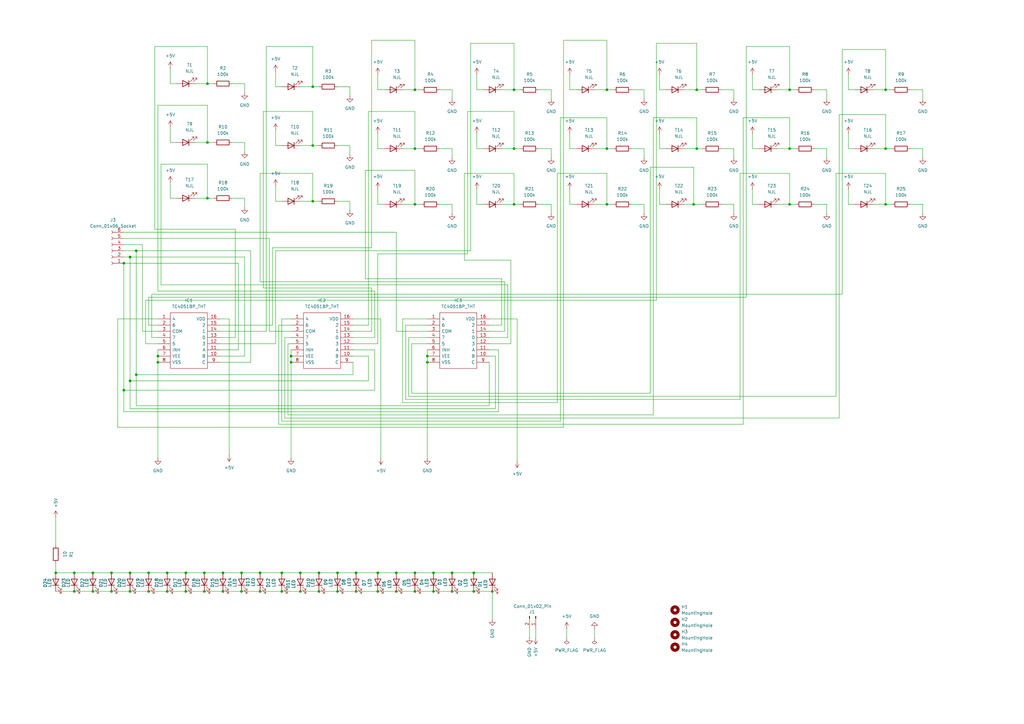
<source format=kicad_sch>
(kicad_sch (version 20231120) (generator "eeschema") (generator_version "8.0")
  (paper "A3")
  (title_block (title "LINESENSOR") (company "VEGA") (comment 2 "わからんとこ多い") (comment 3 "RCJJ") (comment 4 "RITSUMEIKAN"))
  (junction (at 99.06 234.95))
  (junction (at 68.58 234.95))
  (junction (at 30.48 242.57))
  (junction (at 248.92 60.96))
  (junction (at 64.77 146.05))
  (junction (at 185.42 234.95))
  (junction (at 210.82 36.83))
  (junction (at 170.18 242.57))
  (junction (at 194.31 242.57))
  (junction (at 162.56 234.95))
  (junction (at 210.82 83.82))
  (junction (at 91.44 234.95))
  (junction (at 38.1 242.57))
  (junction (at 119.38 146.05))
  (junction (at 154.94 234.95))
  (junction (at 106.68 234.95))
  (junction (at 85.09 58.42))
  (junction (at 22.86 234.95))
  (junction (at 123.19 242.57))
  (junction (at 194.31 234.95))
  (junction (at 123.19 234.95))
  (junction (at 30.48 234.95))
  (junction (at 201.93 242.57))
  (junction (at 284.48 83.82))
  (junction (at 83.82 234.95))
  (junction (at 76.2 242.57))
  (junction (at 146.05 234.95))
  (junction (at 115.57 242.57))
  (junction (at 323.85 36.83))
  (junction (at 154.94 242.57))
  (junction (at 248.92 83.82))
  (junction (at 45.72 234.95))
  (junction (at 119.38 148.59))
  (junction (at 55.88 102.87))
  (junction (at 99.06 242.57))
  (junction (at 85.09 81.28))
  (junction (at 106.68 242.57))
  (junction (at 170.18 83.82))
  (junction (at 60.96 242.57))
  (junction (at 363.22 83.82))
  (junction (at 85.09 34.29))
  (junction (at 76.2 234.95))
  (junction (at 177.8 242.57))
  (junction (at 162.56 242.57))
  (junction (at 170.18 36.83))
  (junction (at 285.75 60.96))
  (junction (at 91.44 242.57))
  (junction (at 170.18 60.96))
  (junction (at 60.96 234.95))
  (junction (at 323.85 83.82))
  (junction (at 55.88 153.67))
  (junction (at 185.42 242.57))
  (junction (at 45.72 242.57))
  (junction (at 210.82 60.96))
  (junction (at 128.27 59.69))
  (junction (at 38.1 234.95))
  (junction (at 363.22 60.96))
  (junction (at 53.34 234.95))
  (junction (at 53.34 156.21))
  (junction (at 248.92 36.83))
  (junction (at 50.8 107.95))
  (junction (at 146.05 242.57))
  (junction (at 138.43 242.57))
  (junction (at 175.26 148.59))
  (junction (at 363.22 36.83))
  (junction (at 64.77 148.59))
  (junction (at 50.8 160.02))
  (junction (at 128.27 82.55))
  (junction (at 175.26 146.05))
  (junction (at 68.58 242.57))
  (junction (at 53.34 242.57))
  (junction (at 177.8 234.95))
  (junction (at 285.75 36.83))
  (junction (at 115.57 234.95))
  (junction (at 53.34 105.41))
  (junction (at 138.43 234.95))
  (junction (at 130.81 234.95))
  (junction (at 323.85 60.96))
  (junction (at 83.82 242.57))
  (junction (at 170.18 234.95))
  (junction (at 128.27 35.56))
  (junction (at 130.81 242.57))
  (wire (pts (xy 347.98 83.82) (xy 350.52 83.82)))
  (wire (pts (xy 99.06 242.57) (xy 106.68 242.57)))
  (wire (pts (xy 100.33 105.41) (xy 53.34 105.41)))
  (wire (pts (xy 128.27 35.56) (xy 130.81 35.56)))
  (wire (pts (xy 243.84 36.83) (xy 248.92 36.83)))
  (wire (pts (xy 284.48 68.58) (xy 284.48 83.82)))
  (wire (pts (xy 170.18 16.51) (xy 170.18 36.83)))
  (wire (pts (xy 209.55 106.68) (xy 209.55 140.97)))
  (wire (pts (xy 138.43 35.56) (xy 143.51 35.56)))
  (wire (pts (xy 200.66 146.05) (xy 203.2 146.05)))
  (wire (pts (xy 59.69 123.19) (xy 59.69 140.97)))
  (wire (pts (xy 185.42 242.57) (xy 194.31 242.57)))
  (wire (pts (xy 344.17 171.45) (xy 116.84 171.45)))
  (wire (pts (xy 259.08 60.96) (xy 264.16 60.96)))
  (wire (pts (xy 318.77 60.96) (xy 323.85 60.96)))
  (wire (pts (xy 99.06 234.95) (xy 106.68 234.95)))
  (wire (pts (xy 118.11 140.97) (xy 119.38 140.97)))
  (wire (pts (xy 334.01 83.82) (xy 339.09 83.82)))
  (wire (pts (xy 106.68 242.57) (xy 115.57 242.57)))
  (wire (pts (xy 205.74 133.35) (xy 200.66 133.35)))
  (wire (pts (xy 168.91 161.29) (xy 266.7 161.29)))
  (wire (pts (xy 64.77 43.18) (xy 64.77 119.38)))
  (wire (pts (xy 144.78 130.81) (xy 156.21 130.81)))
  (wire (pts (xy 166.37 133.35) (xy 175.26 133.35)))
  (wire (pts (xy 180.34 60.96) (xy 185.42 60.96)))
  (wire (pts (xy 95.25 81.28) (xy 100.33 81.28)))
  (wire (pts (xy 334.01 36.83) (xy 339.09 36.83)))
  (wire (pts (xy 50.8 160.02) (xy 50.8 168.91)))
  (wire (pts (xy 162.56 135.89) (xy 162.56 95.25)))
  (wire (pts (xy 210.82 17.78) (xy 210.82 36.83)))
  (wire (pts (xy 170.18 45.72) (xy 151.13 45.72)))
  (wire (pts (xy 154.94 30.48) (xy 154.94 36.83)))
  (wire (pts (xy 167.64 162.56) (xy 167.64 138.43)))
  (wire (pts (xy 219.71 257.81) (xy 219.71 261.62)))
  (wire (pts (xy 68.58 234.95) (xy 76.2 234.95)))
  (wire (pts (xy 358.14 36.83) (xy 363.22 36.83)))
  (wire (pts (xy 123.19 59.69) (xy 128.27 59.69)))
  (wire (pts (xy 53.34 156.21) (xy 53.34 167.64)))
  (wire (pts (xy 170.18 69.85) (xy 149.86 69.85)))
  (wire (pts (xy 22.86 242.57) (xy 30.48 242.57)))
  (wire (pts (xy 90.17 146.05) (xy 100.33 146.05)))
  (wire (pts (xy 53.34 105.41) (xy 50.8 105.41)))
  (wire (pts (xy 270.51 60.96) (xy 273.05 60.96)))
  (wire (pts (xy 48.26 130.81) (xy 64.77 130.81)))
  (wire (pts (xy 91.44 242.57) (xy 99.06 242.57)))
  (wire (pts (xy 165.1 83.82) (xy 170.18 83.82)))
  (wire (pts (xy 153.67 143.51) (xy 153.67 160.02)))
  (wire (pts (xy 185.42 83.82) (xy 185.42 87.63)))
  (wire (pts (xy 66.04 116.84) (xy 208.28 116.84)))
  (wire (pts (xy 323.85 48.26) (xy 323.85 60.96)))
  (wire (pts (xy 232.41 257.81) (xy 232.41 261.62)))
  (wire (pts (xy 378.46 36.83) (xy 378.46 40.64)))
  (wire (pts (xy 264.16 36.83) (xy 264.16 40.64)))
  (wire (pts (xy 203.2 167.64) (xy 53.34 167.64)))
  (wire (pts (xy 233.68 54.61) (xy 233.68 60.96)))
  (wire (pts (xy 152.4 118.11) (xy 152.4 135.89)))
  (wire (pts (xy 113.03 35.56) (xy 115.57 35.56)))
  (wire (pts (xy 233.68 60.96) (xy 236.22 60.96)))
  (wire (pts (xy 63.5 19.05) (xy 63.5 93.98)))
  (wire (pts (xy 53.34 242.57) (xy 60.96 242.57)))
  (wire (pts (xy 115.57 172.72) (xy 115.57 130.81)))
  (wire (pts (xy 300.99 36.83) (xy 300.99 40.64)))
  (wire (pts (xy 68.58 242.57) (xy 76.2 242.57)))
  (wire (pts (xy 248.92 16.51) (xy 231.14 16.51)))
  (wire (pts (xy 195.58 77.47) (xy 195.58 83.82)))
  (wire (pts (xy 201.93 254) (xy 201.93 242.57)))
  (wire (pts (xy 285.75 17.78) (xy 269.24 17.78)))
  (wire (pts (xy 185.42 36.83) (xy 185.42 40.64)))
  (wire (pts (xy 270.51 77.47) (xy 270.51 83.82)))
  (wire (pts (xy 210.82 83.82) (xy 213.36 83.82)))
  (wire (pts (xy 138.43 242.57) (xy 130.81 242.57)))
  (wire (pts (xy 342.9 71.12) (xy 342.9 162.56)))
  (wire (pts (xy 50.8 107.95) (xy 50.8 160.02)))
  (wire (pts (xy 102.87 148.59) (xy 102.87 102.87)))
  (wire (pts (xy 96.52 93.98) (xy 96.52 138.43)))
  (wire (pts (xy 295.91 83.82) (xy 300.99 83.82)))
  (wire (pts (xy 323.85 48.26) (xy 304.8 48.26)))
  (wire (pts (xy 154.94 54.61) (xy 154.94 60.96)))
  (wire (pts (xy 334.01 60.96) (xy 339.09 60.96)))
  (wire (pts (xy 22.86 234.95) (xy 30.48 234.95)))
  (wire (pts (xy 300.99 60.96) (xy 300.99 64.77)))
  (wire (pts (xy 97.79 107.95) (xy 50.8 107.95)))
  (wire (pts (xy 107.95 45.72) (xy 107.95 118.11)))
  (wire (pts (xy 30.48 242.57) (xy 38.1 242.57)))
  (wire (pts (xy 154.94 77.47) (xy 154.94 83.82)))
  (wire (pts (xy 280.67 36.83) (xy 285.75 36.83)))
  (wire (pts (xy 205.74 36.83) (xy 210.82 36.83)))
  (wire (pts (xy 110.49 97.79) (xy 110.49 135.89)))
  (wire (pts (xy 154.94 36.83) (xy 157.48 36.83)))
  (wire (pts (xy 64.77 148.59) (xy 64.77 187.96)))
  (wire (pts (xy 285.75 48.26) (xy 285.75 60.96)))
  (wire (pts (xy 205.74 114.3) (xy 205.74 133.35)))
  (wire (pts (xy 48.26 175.26) (xy 48.26 130.81)))
  (wire (pts (xy 128.27 71.12) (xy 106.68 71.12)))
  (wire (pts (xy 345.44 20.32) (xy 345.44 120.65)))
  (wire (pts (xy 76.2 242.57) (xy 83.82 242.57)))
  (wire (pts (xy 123.19 82.55) (xy 128.27 82.55)))
  (wire (pts (xy 151.13 146.05) (xy 151.13 156.21)))
  (wire (pts (xy 208.28 116.84) (xy 208.28 138.43)))
  (wire (pts (xy 233.68 83.82) (xy 236.22 83.82)))
  (wire (pts (xy 95.25 58.42) (xy 100.33 58.42)))
  (wire (pts (xy 177.8 234.95) (xy 185.42 234.95)))
  (wire (pts (xy 170.18 45.72) (xy 170.18 60.96)))
  (wire (pts (xy 180.34 83.82) (xy 185.42 83.82)))
  (wire (pts (xy 62.23 138.43) (xy 64.77 138.43)))
  (wire (pts (xy 85.09 81.28) (xy 87.63 81.28)))
  (wire (pts (xy 123.19 35.56) (xy 128.27 35.56)))
  (wire (pts (xy 220.98 60.96) (xy 226.06 60.96)))
  (wire (pts (xy 363.22 71.12) (xy 363.22 83.82)))
  (wire (pts (xy 143.51 35.56) (xy 143.51 39.37)))
  (wire (pts (xy 373.38 60.96) (xy 378.46 60.96)))
  (wire (pts (xy 210.82 45.72) (xy 191.77 45.72)))
  (wire (pts (xy 115.57 242.57) (xy 123.19 242.57)))
  (wire (pts (xy 113.03 102.87) (xy 113.03 140.97)))
  (wire (pts (xy 60.96 234.95) (xy 68.58 234.95)))
  (wire (pts (xy 378.46 60.96) (xy 378.46 64.77)))
  (wire (pts (xy 175.26 146.05) (xy 175.26 148.59)))
  (wire (pts (xy 194.31 234.95) (xy 201.93 234.95)))
  (wire (pts (xy 64.77 146.05) (xy 64.77 148.59)))
  (wire (pts (xy 280.67 60.96) (xy 285.75 60.96)))
  (wire (pts (xy 266.7 68.58) (xy 266.7 161.29)))
  (wire (pts (xy 200.66 148.59) (xy 200.66 166.37)))
  (wire (pts (xy 229.87 48.26) (xy 229.87 172.72)))
  (wire (pts (xy 111.76 101.6) (xy 111.76 133.35)))
  (wire (pts (xy 193.04 17.78) (xy 193.04 102.87)))
  (wire (pts (xy 285.75 60.96) (xy 288.29 60.96)))
  (wire (pts (xy 153.67 119.38) (xy 153.67 138.43)))
  (wire (pts (xy 165.1 60.96) (xy 170.18 60.96)))
  (wire (pts (xy 143.51 59.69) (xy 143.51 63.5)))
  (wire (pts (xy 248.92 71.12) (xy 228.6 71.12)))
  (wire (pts (xy 53.34 234.95) (xy 60.96 234.95)))
  (wire (pts (xy 69.85 74.93) (xy 69.85 81.28)))
  (wire (pts (xy 347.98 36.83) (xy 350.52 36.83)))
  (wire (pts (xy 210.82 17.78) (xy 193.04 17.78)))
  (wire (pts (xy 95.25 34.29) (xy 100.33 34.29)))
  (wire (pts (xy 60.96 121.92) (xy 60.96 133.35)))
  (wire (pts (xy 248.92 36.83) (xy 251.46 36.83)))
  (wire (pts (xy 109.22 19.05) (xy 109.22 135.89)))
  (wire (pts (xy 153.67 138.43) (xy 144.78 138.43)))
  (wire (pts (xy 152.4 16.51) (xy 152.4 101.6)))
  (wire (pts (xy 152.4 135.89) (xy 144.78 135.89)))
  (wire (pts (xy 308.61 60.96) (xy 311.15 60.96)))
  (wire (pts (xy 270.51 54.61) (xy 270.51 60.96)))
  (wire (pts (xy 170.18 16.51) (xy 152.4 16.51)))
  (wire (pts (xy 200.66 166.37) (xy 55.88 166.37)))
  (wire (pts (xy 66.04 67.31) (xy 66.04 116.84)))
  (wire (pts (xy 30.48 234.95) (xy 38.1 234.95)))
  (wire (pts (xy 165.1 165.1) (xy 165.1 130.81)))
  (wire (pts (xy 62.23 120.65) (xy 62.23 138.43)))
  (wire (pts (xy 248.92 60.96) (xy 251.46 60.96)))
  (wire (pts (xy 153.67 160.02) (xy 50.8 160.02)))
  (wire (pts (xy 80.01 81.28) (xy 85.09 81.28)))
  (wire (pts (xy 195.58 60.96) (xy 198.12 60.96)))
  (wire (pts (xy 285.75 48.26) (xy 267.97 48.26)))
  (wire (pts (xy 264.16 83.82) (xy 264.16 87.63)))
  (wire (pts (xy 342.9 162.56) (xy 167.64 162.56)))
  (wire (pts (xy 358.14 60.96) (xy 363.22 60.96)))
  (wire (pts (xy 210.82 60.96) (xy 213.36 60.96)))
  (wire (pts (xy 64.77 135.89) (xy 58.42 135.89)))
  (wire (pts (xy 318.77 36.83) (xy 323.85 36.83)))
  (wire (pts (xy 363.22 36.83) (xy 365.76 36.83)))
  (wire (pts (xy 55.88 166.37) (xy 55.88 153.67)))
  (wire (pts (xy 195.58 30.48) (xy 195.58 36.83)))
  (wire (pts (xy 358.14 83.82) (xy 363.22 83.82)))
  (wire (pts (xy 363.22 60.96) (xy 365.76 60.96)))
  (wire (pts (xy 191.77 45.72) (xy 191.77 104.14)))
  (wire (pts (xy 154.94 234.95) (xy 162.56 234.95)))
  (wire (pts (xy 280.67 83.82) (xy 284.48 83.82)))
  (wire (pts (xy 55.88 102.87) (xy 102.87 102.87)))
  (wire (pts (xy 231.14 175.26) (xy 48.26 175.26)))
  (wire (pts (xy 300.99 83.82) (xy 300.99 87.63)))
  (wire (pts (xy 226.06 36.83) (xy 226.06 40.64)))
  (wire (pts (xy 323.85 71.12) (xy 303.53 71.12)))
  (wire (pts (xy 106.68 115.57) (xy 207.01 115.57)))
  (wire (pts (xy 80.01 58.42) (xy 85.09 58.42)))
  (wire (pts (xy 55.88 153.67) (xy 55.88 102.87)))
  (wire (pts (xy 233.68 30.48) (xy 233.68 36.83)))
  (wire (pts (xy 345.44 120.65) (xy 62.23 120.65)))
  (wire (pts (xy 259.08 36.83) (xy 264.16 36.83)))
  (wire (pts (xy 149.86 69.85) (xy 149.86 114.3)))
  (wire (pts (xy 113.03 82.55) (xy 115.57 82.55)))
  (wire (pts (xy 113.03 140.97) (xy 90.17 140.97)))
  (wire (pts (xy 128.27 71.12) (xy 128.27 82.55)))
  (wire (pts (xy 110.49 135.89) (xy 119.38 135.89)))
  (wire (pts (xy 128.27 19.05) (xy 109.22 19.05)))
  (wire (pts (xy 93.98 130.81) (xy 93.98 186.69)))
  (wire (pts (xy 83.82 242.57) (xy 91.44 242.57)))
  (wire (pts (xy 323.85 71.12) (xy 323.85 83.82)))
  (wire (pts (xy 248.92 48.26) (xy 248.92 60.96)))
  (wire (pts (xy 200.66 143.51) (xy 204.47 143.51)))
  (wire (pts (xy 85.09 43.18) (xy 64.77 43.18)))
  (wire (pts (xy 138.43 234.95) (xy 146.05 234.95)))
  (wire (pts (xy 63.5 93.98) (xy 96.52 93.98)))
  (wire (pts (xy 228.6 165.1) (xy 165.1 165.1)))
  (wire (pts (xy 175.26 143.51) (xy 175.26 146.05)))
  (wire (pts (xy 170.18 242.57) (xy 162.56 242.57)))
  (wire (pts (xy 116.84 138.43) (xy 119.38 138.43)))
  (wire (pts (xy 90.17 143.51) (xy 97.79 143.51)))
  (wire (pts (xy 195.58 83.82) (xy 198.12 83.82)))
  (wire (pts (xy 69.85 27.94) (xy 69.85 34.29)))
  (wire (pts (xy 118.11 170.18) (xy 118.11 140.97)))
  (wire (pts (xy 167.64 138.43) (xy 175.26 138.43)))
  (wire (pts (xy 243.84 257.81) (xy 243.84 261.62)))
  (wire (pts (xy 165.1 130.81) (xy 175.26 130.81)))
  (wire (pts (xy 193.04 102.87) (xy 113.03 102.87)))
  (wire (pts (xy 168.91 161.29) (xy 168.91 140.97)))
  (wire (pts (xy 226.06 83.82) (xy 226.06 87.63)))
  (wire (pts (xy 363.22 83.82) (xy 365.76 83.82)))
  (wire (pts (xy 113.03 76.2) (xy 113.03 82.55)))
  (wire (pts (xy 50.8 102.87) (xy 55.88 102.87)))
  (wire (pts (xy 363.22 71.12) (xy 342.9 71.12)))
  (wire (pts (xy 212.09 130.81) (xy 212.09 189.23)))
  (wire (pts (xy 170.18 234.95) (xy 177.8 234.95)))
  (wire (pts (xy 190.5 106.68) (xy 209.55 106.68)))
  (wire (pts (xy 106.68 234.95) (xy 115.57 234.95)))
  (wire (pts (xy 114.3 133.35) (xy 119.38 133.35)))
  (wire (pts (xy 339.09 36.83) (xy 339.09 40.64)))
  (wire (pts (xy 146.05 242.57) (xy 138.43 242.57)))
  (wire (pts (xy 175.26 148.59) (xy 175.26 187.96)))
  (wire (pts (xy 195.58 54.61) (xy 195.58 60.96)))
  (wire (pts (xy 233.68 36.83) (xy 236.22 36.83)))
  (wire (pts (xy 323.85 36.83) (xy 326.39 36.83)))
  (wire (pts (xy 344.17 46.99) (xy 344.17 171.45)))
  (wire (pts (xy 90.17 135.89) (xy 109.22 135.89)))
  (wire (pts (xy 347.98 30.48) (xy 347.98 36.83)))
  (wire (pts (xy 85.09 67.31) (xy 85.09 81.28)))
  (wire (pts (xy 308.61 54.61) (xy 308.61 60.96)))
  (wire (pts (xy 378.46 83.82) (xy 378.46 87.63)))
  (wire (pts (xy 113.03 29.21) (xy 113.03 35.56)))
  (wire (pts (xy 128.27 45.72) (xy 128.27 59.69)))
  (wire (pts (xy 185.42 234.95) (xy 194.31 234.95)))
  (wire (pts (xy 116.84 171.45) (xy 116.84 138.43)))
  (wire (pts (xy 119.38 148.59) (xy 119.38 187.96)))
  (wire (pts (xy 323.85 83.82) (xy 326.39 83.82)))
  (wire (pts (xy 323.85 60.96) (xy 326.39 60.96)))
  (wire (pts (xy 58.42 100.33) (xy 50.8 100.33)))
  (wire (pts (xy 119.38 146.05) (xy 119.38 148.59)))
  (wire (pts (xy 308.61 83.82) (xy 311.15 83.82)))
  (wire (pts (xy 308.61 36.83) (xy 311.15 36.83)))
  (wire (pts (xy 177.8 242.57) (xy 170.18 242.57)))
  (wire (pts (xy 347.98 77.47) (xy 347.98 83.82)))
  (wire (pts (xy 185.42 60.96) (xy 185.42 64.77)))
  (wire (pts (xy 130.81 234.95) (xy 138.43 234.95)))
  (wire (pts (xy 267.97 48.26) (xy 267.97 170.18)))
  (wire (pts (xy 363.22 20.32) (xy 363.22 36.83)))
  (wire (pts (xy 210.82 36.83) (xy 213.36 36.83)))
  (wire (pts (xy 146.05 234.95) (xy 154.94 234.95)))
  (wire (pts (xy 113.03 59.69) (xy 115.57 59.69)))
  (wire (pts (xy 90.17 130.81) (xy 93.98 130.81)))
  (wire (pts (xy 111.76 133.35) (xy 90.17 133.35)))
  (wire (pts (xy 83.82 234.95) (xy 91.44 234.95)))
  (wire (pts (xy 38.1 242.57) (xy 45.72 242.57)))
  (wire (pts (xy 170.18 60.96) (xy 172.72 60.96)))
  (wire (pts (xy 339.09 60.96) (xy 339.09 64.77)))
  (wire (pts (xy 308.61 30.48) (xy 308.61 36.83)))
  (wire (pts (xy 144.78 148.59) (xy 144.78 153.67)))
  (wire (pts (xy 151.13 156.21) (xy 53.34 156.21)))
  (wire (pts (xy 220.98 36.83) (xy 226.06 36.83)))
  (wire (pts (xy 170.18 83.82) (xy 172.72 83.82)))
  (wire (pts (xy 64.77 143.51) (xy 64.77 146.05)))
  (wire (pts (xy 123.19 234.95) (xy 130.81 234.95)))
  (wire (pts (xy 59.69 140.97) (xy 64.77 140.97)))
  (wire (pts (xy 69.85 52.07) (xy 69.85 58.42)))
  (wire (pts (xy 85.09 19.05) (xy 85.09 34.29)))
  (wire (pts (xy 205.74 83.82) (xy 210.82 83.82)))
  (wire (pts (xy 128.27 19.05) (xy 128.27 35.56)))
  (wire (pts (xy 64.77 119.38) (xy 153.67 119.38)))
  (wire (pts (xy 229.87 172.72) (xy 115.57 172.72)))
  (wire (pts (xy 270.51 83.82) (xy 273.05 83.82)))
  (wire (pts (xy 69.85 81.28) (xy 72.39 81.28)))
  (wire (pts (xy 243.84 60.96) (xy 248.92 60.96)))
  (wire (pts (xy 285.75 17.78) (xy 285.75 36.83)))
  (wire (pts (xy 306.07 121.92) (xy 60.96 121.92)))
  (wire (pts (xy 304.8 173.99) (xy 114.3 173.99)))
  (wire (pts (xy 205.74 60.96) (xy 210.82 60.96)))
  (wire (pts (xy 220.98 83.82) (xy 226.06 83.82)))
  (wire (pts (xy 154.94 104.14) (xy 154.94 140.97)))
  (wire (pts (xy 363.22 46.99) (xy 363.22 60.96)))
  (wire (pts (xy 149.86 114.3) (xy 205.74 114.3)))
  (wire (pts (xy 248.92 71.12) (xy 248.92 83.82)))
  (wire (pts (xy 85.09 34.29) (xy 87.63 34.29)))
  (wire (pts (xy 243.84 83.82) (xy 248.92 83.82)))
  (wire (pts (xy 106.68 71.12) (xy 106.68 115.57)))
  (wire (pts (xy 209.55 140.97) (xy 200.66 140.97)))
  (wire (pts (xy 168.91 140.97) (xy 175.26 140.97)))
  (wire (pts (xy 248.92 16.51) (xy 248.92 36.83)))
  (wire (pts (xy 128.27 82.55) (xy 130.81 82.55)))
  (wire (pts (xy 210.82 45.72) (xy 210.82 60.96)))
  (wire (pts (xy 347.98 60.96) (xy 350.52 60.96)))
  (wire (pts (xy 363.22 46.99) (xy 344.17 46.99)))
  (wire (pts (xy 190.5 71.12) (xy 190.5 106.68)))
  (wire (pts (xy 144.78 143.51) (xy 153.67 143.51)))
  (wire (pts (xy 114.3 173.99) (xy 114.3 133.35)))
  (wire (pts (xy 345.44 20.32) (xy 363.22 20.32)))
  (wire (pts (xy 308.61 77.47) (xy 308.61 83.82)))
  (wire (pts (xy 115.57 234.95) (xy 123.19 234.95)))
  (wire (pts (xy 295.91 36.83) (xy 300.99 36.83)))
  (wire (pts (xy 306.07 19.05) (xy 306.07 121.92)))
  (wire (pts (xy 96.52 138.43) (xy 90.17 138.43)))
  (wire (pts (xy 154.94 242.57) (xy 162.56 242.57)))
  (wire (pts (xy 151.13 45.72) (xy 151.13 133.35)))
  (wire (pts (xy 100.33 146.05) (xy 100.33 105.41)))
  (wire (pts (xy 339.09 83.82) (xy 339.09 87.63)))
  (wire (pts (xy 269.24 123.19) (xy 59.69 123.19)))
  (wire (pts (xy 226.06 60.96) (xy 226.06 64.77)))
  (wire (pts (xy 270.51 36.83) (xy 273.05 36.83)))
  (wire (pts (xy 210.82 71.12) (xy 210.82 83.82)))
  (wire (pts (xy 76.2 234.95) (xy 83.82 234.95)))
  (wire (pts (xy 90.17 148.59) (xy 102.87 148.59)))
  (wire (pts (xy 128.27 59.69) (xy 130.81 59.69)))
  (wire (pts (xy 373.38 36.83) (xy 378.46 36.83)))
  (wire (pts (xy 195.58 36.83) (xy 198.12 36.83)))
  (wire (pts (xy 207.01 135.89) (xy 200.66 135.89)))
  (wire (pts (xy 228.6 71.12) (xy 228.6 165.1)))
  (wire (pts (xy 69.85 34.29) (xy 72.39 34.29)))
  (wire (pts (xy 165.1 36.83) (xy 170.18 36.83)))
  (wire (pts (xy 185.42 242.57) (xy 177.8 242.57)))
  (wire (pts (xy 304.8 48.26) (xy 304.8 173.99)))
  (wire (pts (xy 204.47 168.91) (xy 50.8 168.91)))
  (wire (pts (xy 231.14 16.51) (xy 231.14 175.26)))
  (wire (pts (xy 143.51 82.55) (xy 143.51 86.36)))
  (wire (pts (xy 85.09 58.42) (xy 87.63 58.42)))
  (wire (pts (xy 38.1 234.95) (xy 45.72 234.95)))
  (wire (pts (xy 207.01 115.57) (xy 207.01 135.89)))
  (wire (pts (xy 284.48 68.58) (xy 266.7 68.58)))
  (wire (pts (xy 58.42 135.89) (xy 58.42 100.33)))
  (wire (pts (xy 208.28 138.43) (xy 200.66 138.43)))
  (wire (pts (xy 267.97 170.18) (xy 118.11 170.18)))
  (wire (pts (xy 180.34 36.83) (xy 185.42 36.83)))
  (wire (pts (xy 100.33 34.29) (xy 100.33 38.1)))
  (wire (pts (xy 303.53 163.83) (xy 166.37 163.83)))
  (wire (pts (xy 80.01 34.29) (xy 85.09 34.29)))
  (wire (pts (xy 373.38 83.82) (xy 378.46 83.82)))
  (wire (pts (xy 144.78 153.67) (xy 55.88 153.67)))
  (wire (pts (xy 318.77 83.82) (xy 323.85 83.82)))
  (wire (pts (xy 97.79 143.51) (xy 97.79 107.95)))
  (wire (pts (xy 204.47 143.51) (xy 204.47 168.91)))
  (wire (pts (xy 22.86 212.09) (xy 22.86 223.52)))
  (wire (pts (xy 85.09 67.31) (xy 66.04 67.31)))
  (wire (pts (xy 154.94 242.57) (xy 146.05 242.57)))
  (wire (pts (xy 50.8 95.25) (xy 162.56 95.25)))
  (wire (pts (xy 100.33 58.42) (xy 100.33 62.23)))
  (wire (pts (xy 22.86 231.14) (xy 22.86 234.95)))
  (wire (pts (xy 284.48 83.82) (xy 288.29 83.82)))
  (wire (pts (xy 303.53 71.12) (xy 303.53 163.83)))
  (wire (pts (xy 154.94 140.97) (xy 144.78 140.97)))
  (wire (pts (xy 154.94 60.96) (xy 157.48 60.96)))
  (wire (pts (xy 162.56 234.95) (xy 170.18 234.95)))
  (wire (pts (xy 60.96 133.35) (xy 64.77 133.35)))
  (wire (pts (xy 156.21 130.81) (xy 156.21 187.96)))
  (wire (pts (xy 175.26 135.89) (xy 162.56 135.89)))
  (wire (pts (xy 170.18 36.83) (xy 172.72 36.83)))
  (wire (pts (xy 110.49 97.79) (xy 50.8 97.79)))
  (wire (pts (xy 203.2 146.05) (xy 203.2 167.64)))
  (wire (pts (xy 144.78 146.05) (xy 151.13 146.05)))
  (wire (pts (xy 138.43 59.69) (xy 143.51 59.69)))
  (wire (pts (xy 210.82 71.12) (xy 190.5 71.12)))
  (wire (pts (xy 85.09 19.05) (xy 63.5 19.05)))
  (wire (pts (xy 269.24 17.78) (xy 269.24 123.19)))
  (wire (pts (xy 115.57 130.81) (xy 119.38 130.81)))
  (wire (pts (xy 166.37 163.83) (xy 166.37 133.35)))
  (wire (pts (xy 53.34 105.41) (xy 53.34 156.21)))
  (wire (pts (xy 119.38 143.51) (xy 119.38 146.05)))
  (wire (pts (xy 264.16 60.96) (xy 264.16 64.77)))
  (wire (pts (xy 85.09 43.18) (xy 85.09 58.42)))
  (wire (pts (xy 60.96 242.57) (xy 68.58 242.57)))
  (wire (pts (xy 194.31 242.57) (xy 201.93 242.57)))
  (wire (pts (xy 233.68 77.47) (xy 233.68 83.82)))
  (wire (pts (xy 248.92 48.26) (xy 229.87 48.26)))
  (wire (pts (xy 270.51 30.48) (xy 270.51 36.83)))
  (wire (pts (xy 200.66 130.81) (xy 212.09 130.81)))
  (wire (pts (xy 113.03 53.34) (xy 113.03 59.69)))
  (wire (pts (xy 191.77 104.14) (xy 154.94 104.14)))
  (wire (pts (xy 217.17 257.81) (xy 217.17 261.62)))
  (wire (pts (xy 138.43 82.55) (xy 143.51 82.55)))
  (wire (pts (xy 347.98 54.61) (xy 347.98 60.96)))
  (wire (pts (xy 111.76 101.6) (xy 152.4 101.6)))
  (wire (pts (xy 45.72 242.57) (xy 53.34 242.57)))
  (wire (pts (xy 248.92 83.82) (xy 251.46 83.82)))
  (wire (pts (xy 91.44 234.95) (xy 99.06 234.95)))
  (wire (pts (xy 323.85 19.05) (xy 306.07 19.05)))
  (wire (pts (xy 128.27 45.72) (xy 107.95 45.72)))
  (wire (pts (xy 170.18 69.85) (xy 170.18 83.82)))
  (wire (pts (xy 259.08 83.82) (xy 264.16 83.82)))
  (wire (pts (xy 295.91 60.96) (xy 300.99 60.96)))
  (wire (pts (xy 69.85 58.42) (xy 72.39 58.42)))
  (wire (pts (xy 123.19 242.57) (xy 130.81 242.57)))
  (wire (pts (xy 154.94 83.82) (xy 157.48 83.82)))
  (wire (pts (xy 151.13 133.35) (xy 144.78 133.35)))
  (wire (pts (xy 45.72 234.95) (xy 53.34 234.95)))
  (wire (pts (xy 100.33 81.28) (xy 100.33 85.09)))
  (wire (pts (xy 323.85 19.05) (xy 323.85 36.83)))
  (wire (pts (xy 285.75 36.83) (xy 288.29 36.83)))
  (wire (pts (xy 107.95 118.11) (xy 152.4 118.11)))
  (symbol (lib_id "Device:LED") (at 123.19 238.76 90) (unit 1)
    (property "Reference" "D11" (at 118.11 239.522 0))
    (property "Value" "LED" (at 120.396 239.522 0))
    (property "Footprint" "LED_THT:LED_D5.0mm" (effects (hide yes)))
    (property "Description" "Light emitting diode" (effects (hide yes)))
  )
  (symbol (lib_id "power:+5V") (at 154.94 54.61 0) (unit 1)
    (property "Reference" "#PWR027" (effects (hide yes)))
    (property "Value" "+5V" (at 154.94 49.53 0))
    (property "Description" "Power symbol creates a global label with name \"+5V\"" (effects (hide yes)))
  )
  (symbol (lib_id "power:PWR_FLAG") (at 243.84 261.62 180) (unit 1)
    (property "Reference" "#FLG02" (effects (hide yes)))
    (property "Value" "PWR_FLAG" (at 243.84 266.7 0))
    (property "Description" "Special symbol for telling ERC where power comes from" (effects (hide yes)))
  )
  (symbol (lib_id "Device:LED") (at 354.33 83.82 180) (unit 1)
    (property "Reference" "T24" (at 355.9175 76.2 0))
    (property "Value" "NJL" (at 355.9175 78.74 0))
    (property "Footprint" "LED_THT:LED_D5.0mm" (effects (hide yes)))
    (property "Description" "Light emitting diode" (effects (hide yes)))
  )
  (symbol (lib_id "power:+5V") (at 113.03 29.21 0) (unit 1)
    (property "Reference" "#PWR09" (effects (hide yes)))
    (property "Value" "+5V" (at 113.03 24.13 0))
    (property "Description" "Power symbol creates a global label with name \"+5V\"" (effects (hide yes)))
  )
  (symbol (lib_id "Device:LED") (at 115.57 238.76 90) (unit 1)
    (property "Reference" "D12" (at 109.982 239.014 0))
    (property "Value" "LED" (at 112.268 239.014 0))
    (property "Footprint" "LED_THT:LED_D5.0mm" (effects (hide yes)))
    (property "Description" "Light emitting diode" (effects (hide yes)))
  )
  (symbol (lib_id "power:+5V") (at 308.61 30.48 0) (unit 1)
    (property "Reference" "#PWR019" (effects (hide yes)))
    (property "Value" "+5V" (at 308.61 25.4 0))
    (property "Description" "Power symbol creates a global label with name \"+5V\"" (effects (hide yes)))
  )
  (symbol (lib_id "Connector:Conn_01x02_Pin") (at 219.71 252.73 270) (unit 1)
    (property "Reference" "J1" (at 218.186 250.952 90))
    (property "Value" "Conn_01x02_Pin" (at 218.44 248.666 90))
    (property "Footprint" "Connector_JST:JST_XH_B2B-XH-A_1x02_P2.50mm_Vertical" (effects (hide yes)))
    (property "Description" "Generic connector, single row, 01x02, script generated" (effects (hide yes)))
  )
  (symbol (lib_id "Device:LED") (at 240.03 83.82 180) (unit 1)
    (property "Reference" "T21" (at 241.6175 76.2 0))
    (property "Value" "NJL" (at 241.6175 78.74 0))
    (property "Footprint" "LED_THT:LED_D5.0mm" (effects (hide yes)))
    (property "Description" "Light emitting diode" (effects (hide yes)))
  )
  (symbol (lib_id "power:+5V") (at 308.61 54.61 0) (unit 1)
    (property "Reference" "#PWR035" (effects (hide yes)))
    (property "Value" "+5V" (at 308.61 49.53 0))
    (property "Description" "Power symbol creates a global label with name \"+5V\"" (effects (hide yes)))
  )
  (symbol (lib_id "Device:LED") (at 106.68 238.76 90) (unit 1)
    (property "Reference" "D13" (at 101.6 238.76 0))
    (property "Value" "LED" (at 103.886 238.76 0))
    (property "Footprint" "LED_THT:LED_D5.0mm" (effects (hide yes)))
    (property "Description" "Light emitting diode" (effects (hide yes)))
  )
  (symbol (lib_id "Device:LED") (at 161.29 83.82 180) (unit 1)
    (property "Reference" "T19" (at 162.8775 76.2 0))
    (property "Value" "NJL" (at 162.8775 78.74 0))
    (property "Footprint" "LED_THT:LED_D5.0mm" (effects (hide yes)))
    (property "Description" "Light emitting diode" (effects (hide yes)))
  )
  (symbol (lib_id "power:GND") (at 300.99 87.63 0) (unit 1)
    (property "Reference" "#PWR050" (effects (hide yes)))
    (property "Value" "GND" (at 300.99 92.71 0))
    (property "Description" "Power symbol creates a global label with name \"GND\" , ground" (effects (hide yes)))
  )
  (symbol (lib_id "Device:LED") (at 185.42 238.76 90) (unit 1)
    (property "Reference" "D3" (at 180.34 238.76 0))
    (property "Value" "LED" (at 182.626 238.76 0))
    (property "Footprint" "LED_THT:LED_D5.0mm" (effects (hide yes)))
    (property "Description" "Light emitting diode" (effects (hide yes)))
  )
  (symbol (lib_id "power:GND") (at 217.17 261.62 0) (unit 1)
    (property "Reference" "#PWR03" (effects (hide yes)))
    (property "Value" "GND" (at 217.1701 265.43 90) (effects (justify right)))
    (property "Description" "Power symbol creates a global label with name \"GND\" , ground" (effects (hide yes)))
  )
  (symbol (lib_id "Mechanical:MountingHole") (at 276.86 250.19 0) (unit 1) (exclude_from_sim yes) (in_bom no)
    (property "Reference" "H1" (at 279.4 248.9199 0) (effects (justify left)))
    (property "Value" "MountingHole" (at 279.4 251.4599 0) (effects (justify left)))
    (property "Footprint" "MountingHole:MountingHole_3.2mm_M3" (effects (hide yes)))
    (property "Description" "Mounting Hole without connection" (effects (hide yes)))
  )
  (symbol (lib_id "power:GND") (at 264.16 40.64 0) (unit 1)
    (property "Reference" "#PWR016" (effects (hide yes)))
    (property "Value" "GND" (at 264.16 45.72 0))
    (property "Description" "Power symbol creates a global label with name \"GND\" , ground" (effects (hide yes)))
  )
  (symbol (lib_id "Device:LED") (at 138.43 238.76 90) (unit 1)
    (property "Reference" "D9" (at 133.604 238.76 0))
    (property "Value" "LED" (at 135.636 239.014 0))
    (property "Footprint" "LED_THT:LED_D5.0mm" (effects (hide yes)))
    (property "Description" "Light emitting diode" (effects (hide yes)))
  )
  (symbol (lib_id "Device:LED") (at 76.2 238.76 90) (unit 1)
    (property "Reference" "D17" (at 71.882 239.014 0))
    (property "Value" "LED" (at 73.66 239.014 0))
    (property "Footprint" "LED_THT:LED_D5.0mm" (effects (hide yes)))
    (property "Description" "Light emitting diode" (effects (hide yes)))
  )
  (symbol (lib_id "Device:LED") (at 30.48 238.76 90) (unit 1)
    (property "Reference" "D23" (at 26.162 239.014 0))
    (property "Value" "LED" (at 27.94 239.014 0))
    (property "Footprint" "LED_THT:LED_D5.0mm" (effects (hide yes)))
    (property "Description" "Light emitting diode" (effects (hide yes)))
  )
  (symbol (lib_id "power:GND") (at 119.38 187.96 0) (unit 1)
    (property "Reference" "#PWR059" (effects (hide yes)))
    (property "Value" "GND" (at 119.38 193.04 0))
    (property "Description" "Power symbol creates a global label with name \"GND\" , ground" (effects (hide yes)))
  )
  (symbol (lib_id "power:GND") (at 143.51 63.5 0) (unit 1)
    (property "Reference" "#PWR026" (effects (hide yes)))
    (property "Value" "GND" (at 143.51 68.58 0))
    (property "Description" "Power symbol creates a global label with name \"GND\" , ground" (effects (hide yes)))
  )
  (symbol (lib_id "Device:R") (at 134.62 35.56 90) (unit 1)
    (property "Reference" "R3" (at 134.62 29.21 90))
    (property "Value" "100k" (at 134.62 31.75 90))
    (property "Footprint" "Resistor_THT:R_Axial_DIN0207_L6.3mm_D2.5mm_P10.16mm_Horizontal" (effects (hide yes)))
    (property "Description" "Resistor" (effects (hide yes)))
  )
  (symbol (lib_id "power:+5V") (at 113.03 53.34 0) (unit 1)
    (property "Reference" "#PWR025" (effects (hide yes)))
    (property "Value" "+5V" (at 113.03 48.26 0))
    (property "Description" "Power symbol creates a global label with name \"+5V\"" (effects (hide yes)))
  )
  (symbol (lib_id "power:GND") (at 100.33 38.1 0) (unit 1)
    (property "Reference" "#PWR08" (effects (hide yes)))
    (property "Value" "GND" (at 100.33 43.18 0))
    (property "Description" "Power symbol creates a global label with name \"GND\" , ground" (effects (hide yes)))
  )
  (symbol (lib_id "Device:LED") (at 83.82 238.76 90) (unit 1)
    (property "Reference" "D16" (at 79.502 239.014 0))
    (property "Value" "LED" (at 81.28 239.014 0))
    (property "Footprint" "LED_THT:LED_D5.0mm" (effects (hide yes)))
    (property "Description" "Light emitting diode" (effects (hide yes)))
  )
  (symbol (lib_id "Device:LED") (at 354.33 36.83 180) (unit 1)
    (property "Reference" "T8" (at 355.9175 29.21 0))
    (property "Value" "NJL" (at 355.9175 31.75 0))
    (property "Footprint" "LED_THT:LED_D5.0mm" (effects (hide yes)))
    (property "Description" "Light emitting diode" (effects (hide yes)))
  )
  (symbol (lib_id "Device:R") (at 91.44 58.42 90) (unit 1)
    (property "Reference" "R10" (at 91.44 52.07 90))
    (property "Value" "100k" (at 91.44 54.61 90))
    (property "Footprint" "Resistor_THT:R_Axial_DIN0207_L6.3mm_D2.5mm_P10.16mm_Horizontal" (effects (hide yes)))
    (property "Description" "Resistor" (effects (hide yes)))
  )
  (symbol (lib_id "power:+5V") (at 270.51 54.61 0) (unit 1)
    (property "Reference" "#PWR033" (effects (hide yes)))
    (property "Value" "+5V" (at 270.51 49.53 0))
    (property "Description" "Power symbol creates a global label with name \"+5V\"" (effects (hide yes)))
  )
  (symbol (lib_id "Device:R") (at 134.62 82.55 90) (unit 1)
    (property "Reference" "R19" (at 134.62 76.2 90))
    (property "Value" "100k" (at 134.62 78.74 90))
    (property "Footprint" "Resistor_THT:R_Axial_DIN0207_L6.3mm_D2.5mm_P10.16mm_Horizontal" (effects (hide yes)))
    (property "Description" "Resistor" (effects (hide yes)))
  )
  (symbol (lib_id "Device:R") (at 91.44 81.28 90) (unit 1)
    (property "Reference" "R18" (at 91.44 74.93 90))
    (property "Value" "100k" (at 91.44 77.47 90))
    (property "Footprint" "Resistor_THT:R_Axial_DIN0207_L6.3mm_D2.5mm_P10.16mm_Horizontal" (effects (hide yes)))
    (property "Description" "Resistor" (effects (hide yes)))
  )
  (symbol (lib_id "power:+5V") (at 347.98 54.61 0) (unit 1)
    (property "Reference" "#PWR037" (effects (hide yes)))
    (property "Value" "+5V" (at 347.98 49.53 0))
    (property "Description" "Power symbol creates a global label with name \"+5V\"" (effects (hide yes)))
  )
  (symbol (lib_id "Device:R") (at 330.2 36.83 90) (unit 1)
    (property "Reference" "R8" (at 330.2 30.48 90))
    (property "Value" "100k" (at 330.2 33.02 90))
    (property "Footprint" "Resistor_THT:R_Axial_DIN0207_L6.3mm_D2.5mm_P10.16mm_Horizontal" (effects (hide yes)))
    (property "Description" "Resistor" (effects (hide yes)))
  )
  (symbol (lib_id "Device:R") (at 369.57 83.82 90) (unit 1)
    (property "Reference" "R25" (at 369.57 77.47 90))
    (property "Value" "100k" (at 369.57 80.01 90))
    (property "Footprint" "Resistor_THT:R_Axial_DIN0207_L6.3mm_D2.5mm_P10.16mm_Horizontal" (effects (hide yes)))
    (property "Description" "Resistor" (effects (hide yes)))
  )
  (symbol (lib_id "power:+5V") (at 195.58 30.48 0) (unit 1)
    (property "Reference" "#PWR013" (effects (hide yes)))
    (property "Value" "+5V" (at 195.58 25.4 0))
    (property "Description" "Power symbol creates a global label with name \"+5V\"" (effects (hide yes)))
  )
  (symbol (lib_id "Device:LED") (at 53.34 238.76 90) (unit 1)
    (property "Reference" "D20" (at 49.022 239.014 0))
    (property "Value" "LED" (at 50.8 239.014 0))
    (property "Footprint" "LED_THT:LED_D5.0mm" (effects (hide yes)))
    (property "Description" "Light emitting diode" (effects (hide yes)))
  )
  (symbol (lib_id "power:+5V") (at 308.61 77.47 0) (unit 1)
    (property "Reference" "#PWR051" (effects (hide yes)))
    (property "Value" "+5V" (at 308.61 72.39 0))
    (property "Description" "Power symbol creates a global label with name \"+5V\"" (effects (hide yes)))
  )
  (symbol (lib_id "power:GND") (at 64.77 187.96 0) (unit 1)
    (property "Reference" "#PWR058" (effects (hide yes)))
    (property "Value" "GND" (at 64.77 193.04 0))
    (property "Description" "Power symbol creates a global label with name \"GND\" , ground" (effects (hide yes)))
  )
  (symbol (lib_id "Device:R") (at 292.1 83.82 90) (unit 1)
    (property "Reference" "R23" (at 292.1 77.47 90))
    (property "Value" "100k" (at 292.1 80.01 90))
    (property "Footprint" "Resistor_THT:R_Axial_DIN0207_L6.3mm_D2.5mm_P10.16mm_Horizontal" (effects (hide yes)))
    (property "Description" "Resistor" (effects (hide yes)))
  )
  (symbol (lib_id "power:GND") (at 378.46 40.64 0) (unit 1)
    (property "Reference" "#PWR022" (effects (hide yes)))
    (property "Value" "GND" (at 378.46 45.72 0))
    (property "Description" "Power symbol creates a global label with name \"GND\" , ground" (effects (hide yes)))
  )
  (symbol (lib_id "Device:R") (at 292.1 36.83 90) (unit 1)
    (property "Reference" "R7" (at 292.1 30.48 90))
    (property "Value" "100k" (at 292.1 33.02 90))
    (property "Footprint" "Resistor_THT:R_Axial_DIN0207_L6.3mm_D2.5mm_P10.16mm_Horizontal" (effects (hide yes)))
    (property "Description" "Resistor" (effects (hide yes)))
  )
  (symbol (lib_id "power:+5V") (at 270.51 77.47 0) (unit 1)
    (property "Reference" "#PWR049" (effects (hide yes)))
    (property "Value" "+5V" (at 270.51 72.39 0))
    (property "Description" "Power symbol creates a global label with name \"+5V\"" (effects (hide yes)))
  )
  (symbol (lib_id "power:GND") (at 175.26 187.96 0) (unit 1)
    (property "Reference" "#PWR060" (effects (hide yes)))
    (property "Value" "GND" (at 175.26 193.04 0))
    (property "Description" "Power symbol creates a global label with name \"GND\" , ground" (effects (hide yes)))
  )
  (symbol (lib_id "Mechanical:MountingHole") (at 276.86 255.27 0) (unit 1) (exclude_from_sim yes) (in_bom no)
    (property "Reference" "H2" (at 279.4 253.9999 0) (effects (justify left)))
    (property "Value" "MountingHole" (at 279.4 256.5399 0) (effects (justify left)))
    (property "Footprint" "MountingHole:MountingHole_3.2mm_M3" (effects (hide yes)))
    (property "Description" "Mounting Hole without connection" (effects (hide yes)))
  )
  (symbol (lib_id "Device:LED") (at 91.44 238.76 90) (unit 1)
    (property "Reference" "D15" (at 87.122 239.014 0))
    (property "Value" "LED" (at 88.9 239.014 0))
    (property "Footprint" "LED_THT:LED_D5.0mm" (effects (hide yes)))
    (property "Description" "Light emitting diode" (effects (hide yes)))
  )
  (symbol (lib_id "Device:R") (at 217.17 83.82 90) (unit 1)
    (property "Reference" "R21" (at 217.17 77.47 90))
    (property "Value" "100k" (at 217.17 80.01 90))
    (property "Footprint" "Resistor_THT:R_Axial_DIN0207_L6.3mm_D2.5mm_P10.16mm_Horizontal" (effects (hide yes)))
    (property "Description" "Resistor" (effects (hide yes)))
  )
  (symbol (lib_id "power:+5V") (at 22.86 212.09 0) (unit 1)
    (property "Reference" "#PWR01" (effects (hide yes)))
    (property "Value" "+5V" (at 22.8599 208.28 90) (effects (justify left)))
    (property "Description" "Power symbol creates a global label with name \"+5V\"" (effects (hide yes)))
  )
  (symbol (lib_id "Device:R") (at 255.27 36.83 90) (unit 1)
    (property "Reference" "R6" (at 255.27 30.48 90))
    (property "Value" "100k" (at 255.27 33.02 90))
    (property "Footprint" "Resistor_THT:R_Axial_DIN0207_L6.3mm_D2.5mm_P10.16mm_Horizontal" (effects (hide yes)))
    (property "Description" "Resistor" (effects (hide yes)))
  )
  (symbol (lib_id "Device:LED") (at 314.96 83.82 180) (unit 1)
    (property "Reference" "T23" (at 316.5475 76.2 0))
    (property "Value" "NJL" (at 316.5475 78.74 0))
    (property "Footprint" "LED_THT:LED_D5.0mm" (effects (hide yes)))
    (property "Description" "Light emitting diode" (effects (hide yes)))
  )
  (symbol (lib_id "power:GND") (at 300.99 40.64 0) (unit 1)
    (property "Reference" "#PWR018" (effects (hide yes)))
    (property "Value" "GND" (at 300.99 45.72 0))
    (property "Description" "Power symbol creates a global label with name \"GND\" , ground" (effects (hide yes)))
  )
  (symbol (lib_id "Device:LED") (at 76.2 34.29 180) (unit 1)
    (property "Reference" "T1" (at 77.7875 26.67 0))
    (property "Value" "NJL" (at 77.7875 29.21 0))
    (property "Footprint" "LED_THT:LED_D5.0mm" (effects (hide yes)))
    (property "Description" "Light emitting diode" (effects (hide yes)))
  )
  (symbol (lib_id "LINESENSOR:TC4051BP_THT") (at 175.26 130.81 0) (unit 1)
    (property "Reference" "IC3" (at 187.96 123.19 0))
    (property "Value" "TC4051BP_THT" (at 187.96 125.73 0))
    (property "Footprint" "LINESENSOR:TC4051BP_THT" (effects (hide yes)))
    (property "Datasheet" "http://toshiba.semicon-storage.com/info/docget.jsp?did=18603&prodName=TC4051BP" (effects (hide yes)))
    (property "Description" "Toshiba TC4051BP(N,F), Multiplexer/Demultiplexer Single 8:1, 12 V, 15 V, 5 V, 9 V, 16-Pin PDIP" (effects (hide yes)))
    (property "Description_1" "Toshiba TC4051BP(N,F), Multiplexer/Demultiplexer Single 8:1, 12 V, 15 V, 5 V, 9 V, 16-Pin PDIP" (effects (hide yes)))
    (property "Height" "4.45" (effects (hide yes)))
    (property "Manufacturer_Name" "Toshiba" (effects (hide yes)))
    (property "Manufacturer_Part_Number" "TC4051BP(N,F)" (effects (hide yes)))
  )
  (symbol (lib_id "Device:LED") (at 201.93 83.82 180) (unit 1)
    (property "Reference" "T20" (at 203.5175 76.2 0))
    (property "Value" "NJL" (at 203.5175 78.74 0))
    (property "Footprint" "LED_THT:LED_D5.0mm" (effects (hide yes)))
    (property "Description" "Light emitting diode" (effects (hide yes)))
  )
  (symbol (lib_id "power:GND") (at 143.51 39.37 0) (unit 1)
    (property "Reference" "#PWR010" (effects (hide yes)))
    (property "Value" "GND" (at 143.51 44.45 0))
    (property "Description" "Power symbol creates a global label with name \"GND\" , ground" (effects (hide yes)))
  )
  (symbol (lib_id "Device:LED") (at 314.96 36.83 180) (unit 1)
    (property "Reference" "T7" (at 316.5475 29.21 0))
    (property "Value" "NJL" (at 316.5475 31.75 0))
    (property "Footprint" "LED_THT:LED_D5.0mm" (effects (hide yes)))
    (property "Description" "Light emitting diode" (effects (hide yes)))
  )
  (symbol (lib_id "power:+5V") (at 69.85 52.07 0) (unit 1)
    (property "Reference" "#PWR014" (effects (hide yes)))
    (property "Value" "+5V" (at 69.85 46.99 0))
    (property "Description" "Power symbol creates a global label with name \"+5V\"" (effects (hide yes)))
  )
  (symbol (lib_id "power:+5V") (at 347.98 77.47 0) (unit 1)
    (property "Reference" "#PWR053" (effects (hide yes)))
    (property "Value" "+5V" (at 347.98 72.39 0))
    (property "Description" "Power symbol creates a global label with name \"+5V\"" (effects (hide yes)))
  )
  (symbol (lib_id "Device:LED") (at 170.18 238.76 90) (unit 1)
    (property "Reference" "D5" (at 165.862 239.014 0))
    (property "Value" "LED" (at 167.64 239.014 0))
    (property "Footprint" "LED_THT:LED_D5.0mm" (effects (hide yes)))
    (property "Description" "Light emitting diode" (effects (hide yes)))
  )
  (symbol (lib_id "Device:LED") (at 354.33 60.96 180) (unit 1)
    (property "Reference" "T16" (at 355.9175 53.34 0))
    (property "Value" "NJL" (at 355.9175 55.88 0))
    (property "Footprint" "LED_THT:LED_D5.0mm" (effects (hide yes)))
    (property "Description" "Light emitting diode" (effects (hide yes)))
  )
  (symbol (lib_id "power:GND") (at 339.09 40.64 0) (unit 1)
    (property "Reference" "#PWR020" (effects (hide yes)))
    (property "Value" "GND" (at 339.09 45.72 0))
    (property "Description" "Power symbol creates a global label with name \"GND\" , ground" (effects (hide yes)))
  )
  (symbol (lib_id "power:GND") (at 185.42 40.64 0) (unit 1)
    (property "Reference" "#PWR012" (effects (hide yes)))
    (property "Value" "GND" (at 185.42 45.72 0))
    (property "Description" "Power symbol creates a global label with name \"GND\" , ground" (effects (hide yes)))
  )
  (symbol (lib_id "power:GND") (at 339.09 87.63 0) (unit 1)
    (property "Reference" "#PWR052" (effects (hide yes)))
    (property "Value" "GND" (at 339.09 92.71 0))
    (property "Description" "Power symbol creates a global label with name \"GND\" , ground" (effects (hide yes)))
  )
  (symbol (lib_id "power:+5V") (at 212.09 189.23 180) (unit 1)
    (property "Reference" "#PWR057" (effects (hide yes)))
    (property "Value" "+5V" (at 212.09 194.31 0))
    (property "Description" "Power symbol creates a global label with name \"+5V\"" (effects (hide yes)))
  )
  (symbol (lib_id "Device:LED") (at 76.2 58.42 180) (unit 1)
    (property "Reference" "T9" (at 77.7875 50.8 0))
    (property "Value" "NJL" (at 77.7875 53.34 0))
    (property "Footprint" "LED_THT:LED_D5.0mm" (effects (hide yes)))
    (property "Description" "Light emitting diode" (effects (hide yes)))
  )
  (symbol (lib_id "power:+5V") (at 195.58 54.61 0) (unit 1)
    (property "Reference" "#PWR029" (effects (hide yes)))
    (property "Value" "+5V" (at 195.58 49.53 0))
    (property "Description" "Power symbol creates a global label with name \"+5V\"" (effects (hide yes)))
  )
  (symbol (lib_id "power:GND") (at 264.16 87.63 0) (unit 1)
    (property "Reference" "#PWR048" (effects (hide yes)))
    (property "Value" "GND" (at 264.16 92.71 0))
    (property "Description" "Power symbol creates a global label with name \"GND\" , ground" (effects (hide yes)))
  )
  (symbol (lib_id "Device:R") (at 217.17 36.83 90) (unit 1)
    (property "Reference" "R5" (at 217.17 30.48 90))
    (property "Value" "100k" (at 217.17 33.02 90))
    (property "Footprint" "Resistor_THT:R_Axial_DIN0207_L6.3mm_D2.5mm_P10.16mm_Horizontal" (effects (hide yes)))
    (property "Description" "Resistor" (effects (hide yes)))
  )
  (symbol (lib_id "Device:R") (at 330.2 83.82 90) (unit 1)
    (property "Reference" "R24" (at 330.2 77.47 90))
    (property "Value" "100k" (at 330.2 80.01 90))
    (property "Footprint" "Resistor_THT:R_Axial_DIN0207_L6.3mm_D2.5mm_P10.16mm_Horizontal" (effects (hide yes)))
    (property "Description" "Resistor" (effects (hide yes)))
  )
  (symbol (lib_id "Connector:Conn_01x06_Socket") (at 45.72 102.87 180) (unit 1)
    (property "Reference" "J3" (at 46.355 90.17 0))
    (property "Value" "Conn_01x06_Socket" (at 46.355 92.71 0))
    (property "Footprint" "Connector_JST:JST_XH_B6B-XH-A_1x06_P2.50mm_Vertical" (effects (hide yes)))
    (property "Description" "Generic connector, single row, 01x06, script generated" (effects (hide yes)))
  )
  (symbol (lib_id "Device:LED") (at 240.03 36.83 180) (unit 1)
    (property "Reference" "T5" (at 241.6175 29.21 0))
    (property "Value" "NJL" (at 241.6175 31.75 0))
    (property "Footprint" "LED_THT:LED_D5.0mm" (effects (hide yes)))
    (property "Description" "Light emitting diode" (effects (hide yes)))
  )
  (symbol (lib_id "Device:R") (at 176.53 83.82 90) (unit 1)
    (property "Reference" "R20" (at 176.53 77.47 90))
    (property "Value" "100k" (at 176.53 80.01 90))
    (property "Footprint" "Resistor_THT:R_Axial_DIN0207_L6.3mm_D2.5mm_P10.16mm_Horizontal" (effects (hide yes)))
    (property "Description" "Resistor" (effects (hide yes)))
  )
  (symbol (lib_id "Device:LED") (at 240.03 60.96 180) (unit 1)
    (property "Reference" "T13" (at 241.6175 53.34 0))
    (property "Value" "NJL" (at 241.6175 55.88 0))
    (property "Footprint" "LED_THT:LED_D5.0mm" (effects (hide yes)))
    (property "Description" "Light emitting diode" (effects (hide yes)))
  )
  (symbol (lib_id "power:+5V") (at 154.94 30.48 0) (unit 1)
    (property "Reference" "#PWR011" (effects (hide yes)))
    (property "Value" "+5V" (at 154.94 25.4 0))
    (property "Description" "Power symbol creates a global label with name \"+5V\"" (effects (hide yes)))
  )
  (symbol (lib_id "power:+5V") (at 113.03 76.2 0) (unit 1)
    (property "Reference" "#PWR041" (effects (hide yes)))
    (property "Value" "+5V" (at 113.03 71.12 0))
    (property "Description" "Power symbol creates a global label with name \"+5V\"" (effects (hide yes)))
  )
  (symbol (lib_id "Mechanical:MountingHole") (at 276.86 260.35 0) (unit 1) (exclude_from_sim yes) (in_bom no)
    (property "Reference" "H3" (at 279.4 259.0799 0) (effects (justify left)))
    (property "Value" "MountingHole" (at 279.4 261.6199 0) (effects (justify left)))
    (property "Footprint" "MountingHole:MountingHole_3.2mm_M3" (effects (hide yes)))
    (property "Description" "Mounting Hole without connection" (effects (hide yes)))
  )
  (symbol (lib_id "power:GND") (at 201.93 254 0) (unit 1)
    (property "Reference" "#PWR02" (effects (hide yes)))
    (property "Value" "GND" (at 201.9299 257.81 90) (effects (justify right)))
    (property "Description" "Power symbol creates a global label with name \"GND\" , ground" (effects (hide yes)))
  )
  (symbol (lib_id "power:+5V") (at 270.51 30.48 0) (unit 1)
    (property "Reference" "#PWR017" (effects (hide yes)))
    (property "Value" "+5V" (at 270.51 25.4 0))
    (property "Description" "Power symbol creates a global label with name \"+5V\"" (effects (hide yes)))
  )
  (symbol (lib_id "Device:R") (at 134.62 59.69 90) (unit 1)
    (property "Reference" "R11" (at 134.62 53.34 90))
    (property "Value" "100k" (at 134.62 55.88 90))
    (property "Footprint" "Resistor_THT:R_Axial_DIN0207_L6.3mm_D2.5mm_P10.16mm_Horizontal" (effects (hide yes)))
    (property "Description" "Resistor" (effects (hide yes)))
  )
  (symbol (lib_id "Device:R") (at 292.1 60.96 90) (unit 1)
    (property "Reference" "R15" (at 292.1 54.61 90))
    (property "Value" "100k" (at 292.1 57.15 90))
    (property "Footprint" "Resistor_THT:R_Axial_DIN0207_L6.3mm_D2.5mm_P10.16mm_Horizontal" (effects (hide yes)))
    (property "Description" "Resistor" (effects (hide yes)))
  )
  (symbol (lib_id "Device:LED") (at 119.38 35.56 180) (unit 1)
    (property "Reference" "T2" (at 120.9675 27.94 0))
    (property "Value" "NJL" (at 120.9675 30.48 0))
    (property "Footprint" "LED_THT:LED_D5.0mm" (effects (hide yes)))
    (property "Description" "Light emitting diode" (effects (hide yes)))
  )
  (symbol (lib_id "power:PWR_FLAG") (at 232.41 261.62 180) (unit 1)
    (property "Reference" "#FLG01" (effects (hide yes)))
    (property "Value" "PWR_FLAG" (at 232.41 266.7 0))
    (property "Description" "Special symbol for telling ERC where power comes from" (effects (hide yes)))
  )
  (symbol (lib_id "Device:LED") (at 60.96 238.76 90) (unit 1)
    (property "Reference" "D19" (at 56.642 239.014 0))
    (property "Value" "LED" (at 58.42 239.014 0))
    (property "Footprint" "LED_THT:LED_D5.0mm" (effects (hide yes)))
    (property "Description" "Light emitting diode" (effects (hide yes)))
  )
  (symbol (lib_id "Device:R") (at 176.53 60.96 90) (unit 1)
    (property "Reference" "R12" (at 176.53 54.61 90))
    (property "Value" "100k" (at 176.53 57.15 90))
    (property "Footprint" "Resistor_THT:R_Axial_DIN0207_L6.3mm_D2.5mm_P10.16mm_Horizontal" (effects (hide yes)))
    (property "Description" "Resistor" (effects (hide yes)))
  )
  (symbol (lib_id "Device:R") (at 330.2 60.96 90) (unit 1)
    (property "Reference" "R16" (at 330.2 54.61 90))
    (property "Value" "100k" (at 330.2 57.15 90))
    (property "Footprint" "Resistor_THT:R_Axial_DIN0207_L6.3mm_D2.5mm_P10.16mm_Horizontal" (effects (hide yes)))
    (property "Description" "Resistor" (effects (hide yes)))
  )
  (symbol (lib_id "power:GND") (at 100.33 62.23 0) (unit 1)
    (property "Reference" "#PWR024" (effects (hide yes)))
    (property "Value" "GND" (at 100.33 67.31 0))
    (property "Description" "Power symbol creates a global label with name \"GND\" , ground" (effects (hide yes)))
  )
  (symbol (lib_id "power:+5V") (at 195.58 77.47 0) (unit 1)
    (property "Reference" "#PWR045" (effects (hide yes)))
    (property "Value" "+5V" (at 195.58 72.39 0))
    (property "Description" "Power symbol creates a global label with name \"+5V\"" (effects (hide yes)))
  )
  (symbol (lib_id "power:GND") (at 300.99 64.77 0) (unit 1)
    (property "Reference" "#PWR034" (effects (hide yes)))
    (property "Value" "GND" (at 300.99 69.85 0))
    (property "Description" "Power symbol creates a global label with name \"GND\" , ground" (effects (hide yes)))
  )
  (symbol (lib_id "Mechanical:MountingHole") (at 276.86 265.43 0) (unit 1) (exclude_from_sim yes) (in_bom no)
    (property "Reference" "H4" (at 279.4 264.1599 0) (effects (justify left)))
    (property "Value" "MountingHole" (at 279.4 266.6999 0) (effects (justify left)))
    (property "Footprint" "MountingHole:MountingHole_3.2mm_M3" (effects (hide yes)))
    (property "Description" "Mounting Hole without connection" (effects (hide yes)))
  )
  (symbol (lib_id "Device:R") (at 91.44 34.29 90) (unit 1)
    (property "Reference" "R2" (at 91.44 27.94 90))
    (property "Value" "100k" (at 91.44 30.48 90))
    (property "Footprint" "Resistor_THT:R_Axial_DIN0207_L6.3mm_D2.5mm_P10.16mm_Horizontal" (effects (hide yes)))
    (property "Description" "Resistor" (effects (hide yes)))
  )
  (symbol (lib_id "power:GND") (at 185.42 64.77 0) (unit 1)
    (property "Reference" "#PWR028" (effects (hide yes)))
    (property "Value" "GND" (at 185.42 69.85 0))
    (property "Description" "Power symbol creates a global label with name \"GND\" , ground" (effects (hide yes)))
  )
  (symbol (lib_id "Device:R") (at 255.27 83.82 90) (unit 1)
    (property "Reference" "R22" (at 255.27 77.47 90))
    (property "Value" "100k" (at 255.27 80.01 90))
    (property "Footprint" "Resistor_THT:R_Axial_DIN0207_L6.3mm_D2.5mm_P10.16mm_Horizontal" (effects (hide yes)))
    (property "Description" "Resistor" (effects (hide yes)))
  )
  (symbol (lib_id "power:+5V") (at 347.98 30.48 0) (unit 1)
    (property "Reference" "#PWR021" (effects (hide yes)))
    (property "Value" "+5V" (at 347.98 25.4 0))
    (property "Description" "Power symbol creates a global label with name \"+5V\"" (effects (hide yes)))
  )
  (symbol (lib_id "Device:R") (at 369.57 36.83 90) (unit 1)
    (property "Reference" "R9" (at 369.57 30.48 90))
    (property "Value" "100k" (at 369.57 33.02 90))
    (property "Footprint" "Resistor_THT:R_Axial_DIN0207_L6.3mm_D2.5mm_P10.16mm_Horizontal" (effects (hide yes)))
    (property "Description" "Resistor" (effects (hide yes)))
  )
  (symbol (lib_id "power:GND") (at 226.06 87.63 0) (unit 1)
    (property "Reference" "#PWR046" (effects (hide yes)))
    (property "Value" "GND" (at 226.06 92.71 0))
    (property "Description" "Power symbol creates a global label with name \"GND\" , ground" (effects (hide yes)))
  )
  (symbol (lib_id "Device:LED") (at 119.38 59.69 180) (unit 1)
    (property "Reference" "T10" (at 120.9675 52.07 0))
    (property "Value" "NJL" (at 120.9675 54.61 0))
    (property "Footprint" "LED_THT:LED_D5.0mm" (effects (hide yes)))
    (property "Description" "Light emitting diode" (effects (hide yes)))
  )
  (symbol (lib_id "power:+5V") (at 156.21 187.96 180) (unit 1)
    (property "Reference" "#PWR056" (effects (hide yes)))
    (property "Value" "+5V" (at 156.21 193.04 0))
    (property "Description" "Power symbol creates a global label with name \"+5V\"" (effects (hide yes)))
  )
  (symbol (lib_id "Device:LED") (at 45.72 238.76 90) (unit 1)
    (property "Reference" "D21" (at 41.402 239.014 0))
    (property "Value" "LED" (at 43.18 239.014 0))
    (property "Footprint" "LED_THT:LED_D5.0mm" (effects (hide yes)))
    (property "Description" "Light emitting diode" (effects (hide yes)))
  )
  (symbol (lib_id "power:GND") (at 226.06 64.77 0) (unit 1)
    (property "Reference" "#PWR030" (effects (hide yes)))
    (property "Value" "GND" (at 226.06 69.85 0))
    (property "Description" "Power symbol creates a global label with name \"GND\" , ground" (effects (hide yes)))
  )
  (symbol (lib_id "power:+5V") (at 69.85 27.94 0) (unit 1)
    (property "Reference" "#PWR07" (effects (hide yes)))
    (property "Value" "+5V" (at 69.85 22.86 0))
    (property "Description" "Power symbol creates a global label with name \"+5V\"" (effects (hide yes)))
  )
  (symbol (lib_id "power:GND") (at 185.42 87.63 0) (unit 1)
    (property "Reference" "#PWR044" (effects (hide yes)))
    (property "Value" "GND" (at 185.42 92.71 0))
    (property "Description" "Power symbol creates a global label with name \"GND\" , ground" (effects (hide yes)))
  )
  (symbol (lib_id "Device:LED") (at 194.31 238.76 90) (unit 1)
    (property "Reference" "D2" (at 188.722 239.014 0))
    (property "Value" "LED" (at 191.008 239.014 0))
    (property "Footprint" "LED_THT:LED_D5.0mm" (effects (hide yes)))
    (property "Description" "Light emitting diode" (effects (hide yes)))
  )
  (symbol (lib_id "Device:R") (at 255.27 60.96 90) (unit 1)
    (property "Reference" "R14" (at 255.27 54.61 90))
    (property "Value" "100k" (at 255.27 57.15 90))
    (property "Footprint" "Resistor_THT:R_Axial_DIN0207_L6.3mm_D2.5mm_P10.16mm_Horizontal" (effects (hide yes)))
    (property "Description" "Resistor" (effects (hide yes)))
  )
  (symbol (lib_id "LINESENSOR:TC4051BP_THT") (at 119.38 130.81 0) (unit 1)
    (property "Reference" "IC2" (at 132.08 123.19 0))
    (property "Value" "TC4051BP_THT" (at 132.08 125.73 0))
    (property "Footprint" "LINESENSOR:TC4051BP_THT" (effects (hide yes)))
    (property "Datasheet" "http://toshiba.semicon-storage.com/info/docget.jsp?did=18603&prodName=TC4051BP" (effects (hide yes)))
    (property "Description" "Toshiba TC4051BP(N,F), Multiplexer/Demultiplexer Single 8:1, 12 V, 15 V, 5 V, 9 V, 16-Pin PDIP" (effects (hide yes)))
    (property "Description_1" "Toshiba TC4051BP(N,F), Multiplexer/Demultiplexer Single 8:1, 12 V, 15 V, 5 V, 9 V, 16-Pin PDIP" (effects (hide yes)))
    (property "Height" "4.45" (effects (hide yes)))
    (property "Manufacturer_Name" "Toshiba" (effects (hide yes)))
    (property "Manufacturer_Part_Number" "TC4051BP(N,F)" (effects (hide yes)))
  )
  (symbol (lib_id "Device:LED") (at 276.86 83.82 180) (unit 1)
    (property "Reference" "T22" (at 278.4475 76.2 0))
    (property "Value" "NJL" (at 278.4475 78.74 0))
    (property "Footprint" "LED_THT:LED_D5.0mm" (effects (hide yes)))
    (property "Description" "Light emitting diode" (effects (hide yes)))
  )
  (symbol (lib_id "Device:LED") (at 146.05 238.76 90) (unit 1)
    (property "Reference" "D8" (at 140.97 238.76 0))
    (property "Value" "LED" (at 143.256 238.76 0))
    (property "Footprint" "LED_THT:LED_D5.0mm" (effects (hide yes)))
    (property "Description" "Light emitting diode" (effects (hide yes)))
  )
  (symbol (lib_id "power:+5V") (at 233.68 77.47 0) (unit 1)
    (property "Reference" "#PWR047" (effects (hide yes)))
    (property "Value" "+5V" (at 233.68 72.39 0))
    (property "Description" "Power symbol creates a global label with name \"+5V\"" (effects (hide yes)))
  )
  (symbol (lib_id "power:+5V") (at 219.71 261.62 180) (unit 1)
    (property "Reference" "#PWR04" (effects (hide yes)))
    (property "Value" "+5V" (at 219.7101 265.43 90) (effects (justify left)))
    (property "Description" "Power symbol creates a global label with name \"+5V\"" (effects (hide yes)))
  )
  (symbol (lib_id "Device:LED") (at 161.29 36.83 180) (unit 1)
    (property "Reference" "T3" (at 162.8775 29.21 0))
    (property "Value" "NJL" (at 162.8775 31.75 0))
    (property "Footprint" "LED_THT:LED_D5.0mm" (effects (hide yes)))
    (property "Description" "Light emitting diode" (effects (hide yes)))
  )
  (symbol (lib_id "power:+5V") (at 154.94 77.47 0) (unit 1)
    (property "Reference" "#PWR043" (effects (hide yes)))
    (property "Value" "+5V" (at 154.94 72.39 0))
    (property "Description" "Power symbol creates a global label with name \"+5V\"" (effects (hide yes)))
  )
  (symbol (lib_id "power:+5V") (at 233.68 54.61 0) (unit 1)
    (property "Reference" "#PWR031" (effects (hide yes)))
    (property "Value" "+5V" (at 233.68 49.53 0))
    (property "Description" "Power symbol creates a global label with name \"+5V\"" (effects (hide yes)))
  )
  (symbol (lib_id "power:+5V") (at 69.85 74.93 0) (unit 1)
    (property "Reference" "#PWR039" (effects (hide yes)))
    (property "Value" "+5V" (at 69.85 69.85 0))
    (property "Description" "Power symbol creates a global label with name \"+5V\"" (effects (hide yes)))
  )
  (symbol (lib_id "Device:LED") (at 22.86 238.76 90) (unit 1)
    (property "Reference" "D24" (at 18.542 239.014 0))
    (property "Value" "LED" (at 20.32 239.014 0))
    (property "Footprint" "LED_THT:LED_D5.0mm" (effects (hide yes)))
    (property "Description" "Light emitting diode" (effects (hide yes)))
  )
  (symbol (lib_id "power:+5V") (at 232.41 257.81 0) (unit 1)
    (property "Reference" "#PWR05" (effects (hide yes)))
    (property "Value" "+5V" (at 232.41 252.73 0))
    (property "Description" "Power symbol creates a global label with name \"+5V\"" (effects (hide yes)))
  )
  (symbol (lib_id "Device:LED") (at 177.8 238.76 90) (unit 1)
    (property "Reference" "D4" (at 172.974 238.76 0))
    (property "Value" "LED" (at 175.006 239.014 0))
    (property "Footprint" "LED_THT:LED_D5.0mm" (effects (hide yes)))
    (property "Description" "Light emitting diode" (effects (hide yes)))
  )
  (symbol (lib_id "Device:LED") (at 201.93 36.83 180) (unit 1)
    (property "Reference" "T4" (at 203.5175 29.21 0))
    (property "Value" "NJL" (at 203.5175 31.75 0))
    (property "Footprint" "LED_THT:LED_D5.0mm" (effects (hide yes)))
    (property "Description" "Light emitting diode" (effects (hide yes)))
  )
  (symbol (lib_id "Device:R") (at 176.53 36.83 90) (unit 1)
    (property "Reference" "R4" (at 176.53 30.48 90))
    (property "Value" "100k" (at 176.53 33.02 90))
    (property "Footprint" "Resistor_THT:R_Axial_DIN0207_L6.3mm_D2.5mm_P10.16mm_Horizontal" (effects (hide yes)))
    (property "Description" "Resistor" (effects (hide yes)))
  )
  (symbol (lib_id "power:GND") (at 243.84 257.81 180) (unit 1)
    (property "Reference" "#PWR06" (effects (hide yes)))
    (property "Value" "GND" (at 243.84 252.73 0))
    (property "Description" "Power symbol creates a global label with name \"GND\" , ground" (effects (hide yes)))
  )
  (symbol (lib_id "Device:LED") (at 99.06 238.76 90) (unit 1)
    (property "Reference" "D14" (at 94.234 238.76 0))
    (property "Value" "LED" (at 96.266 239.014 0))
    (property "Footprint" "LED_THT:LED_D5.0mm" (effects (hide yes)))
    (property "Description" "Light emitting diode" (effects (hide yes)))
  )
  (symbol (lib_id "power:GND") (at 143.51 86.36 0) (unit 1)
    (property "Reference" "#PWR042" (effects (hide yes)))
    (property "Value" "GND" (at 143.51 91.44 0))
    (property "Description" "Power symbol creates a global label with name \"GND\" , ground" (effects (hide yes)))
  )
  (symbol (lib_id "Device:LED") (at 130.81 238.76 90) (unit 1)
    (property "Reference" "D10" (at 126.492 239.014 0))
    (property "Value" "LED" (at 128.27 239.014 0))
    (property "Footprint" "LED_THT:LED_D5.0mm" (effects (hide yes)))
    (property "Description" "Light emitting diode" (effects (hide yes)))
  )
  (symbol (lib_id "power:+5V") (at 233.68 30.48 0) (unit 1)
    (property "Reference" "#PWR015" (effects (hide yes)))
    (property "Value" "+5V" (at 233.68 25.4 0))
    (property "Description" "Power symbol creates a global label with name \"+5V\"" (effects (hide yes)))
  )
  (symbol (lib_id "Device:LED") (at 161.29 60.96 180) (unit 1)
    (property "Reference" "T11" (at 162.8775 53.34 0))
    (property "Value" "NJL" (at 162.8775 55.88 0))
    (property "Footprint" "LED_THT:LED_D5.0mm" (effects (hide yes)))
    (property "Description" "Light emitting diode" (effects (hide yes)))
  )
  (symbol (lib_id "Device:LED") (at 154.94 238.76 90) (unit 1)
    (property "Reference" "D7" (at 149.352 239.014 0))
    (property "Value" "LED" (at 151.638 239.014 0))
    (property "Footprint" "LED_THT:LED_D5.0mm" (effects (hide yes)))
    (property "Description" "Light emitting diode" (effects (hide yes)))
  )
  (symbol (lib_id "Device:LED") (at 201.93 238.76 90) (unit 1)
    (property "Reference" "D1" (at 196.85 239.522 0))
    (property "Value" "LED" (at 199.136 239.522 0))
    (property "Footprint" "LED_THT:LED_D5.0mm" (effects (hide yes)))
    (property "Description" "Light emitting diode" (effects (hide yes)))
  )
  (symbol (lib_id "power:GND") (at 378.46 87.63 0) (unit 1)
    (property "Reference" "#PWR054" (effects (hide yes)))
    (property "Value" "GND" (at 378.46 92.71 0))
    (property "Description" "Power symbol creates a global label with name \"GND\" , ground" (effects (hide yes)))
  )
  (symbol (lib_id "power:GND") (at 226.06 40.64 0) (unit 1)
    (property "Reference" "#PWR023" (effects (hide yes)))
    (property "Value" "GND" (at 226.06 45.72 0))
    (property "Description" "Power symbol creates a global label with name \"GND\" , ground" (effects (hide yes)))
  )
  (symbol (lib_id "Device:LED") (at 276.86 36.83 180) (unit 1)
    (property "Reference" "T6" (at 278.4475 29.21 0))
    (property "Value" "NJL" (at 278.4475 31.75 0))
    (property "Footprint" "LED_THT:LED_D5.0mm" (effects (hide yes)))
    (property "Description" "Light emitting diode" (effects (hide yes)))
  )
  (symbol (lib_id "Device:LED") (at 276.86 60.96 180) (unit 1)
    (property "Reference" "T14" (at 278.4475 53.34 0))
    (property "Value" "NJL" (at 278.4475 55.88 0))
    (property "Footprint" "LED_THT:LED_D5.0mm" (effects (hide yes)))
    (property "Description" "Light emitting diode" (effects (hide yes)))
  )
  (symbol (lib_id "Device:LED") (at 162.56 238.76 90) (unit 1)
    (property "Reference" "D6" (at 157.48 239.522 0))
    (property "Value" "LED" (at 159.766 239.522 0))
    (property "Footprint" "LED_THT:LED_D5.0mm" (effects (hide yes)))
    (property "Description" "Light emitting diode" (effects (hide yes)))
  )
  (symbol (lib_id "Device:R") (at 22.86 227.33 180) (unit 1)
    (property "Reference" "R1" (at 29.21 227.33 90))
    (property "Value" "10" (at 26.67 227.33 90))
    (property "Footprint" "Resistor_THT:R_Axial_DIN0207_L6.3mm_D2.5mm_P10.16mm_Horizontal" (effects (hide yes)))
    (property "Description" "Resistor" (effects (hide yes)))
  )
  (symbol (lib_id "Device:LED") (at 119.38 82.55 180) (unit 1)
    (property "Reference" "T18" (at 120.9675 74.93 0))
    (property "Value" "NJL" (at 120.9675 77.47 0))
    (property "Footprint" "LED_THT:LED_D5.0mm" (effects (hide yes)))
    (property "Description" "Light emitting diode" (effects (hide yes)))
  )
  (symbol (lib_id "Device:LED") (at 76.2 81.28 180) (unit 1)
    (property "Reference" "T17" (at 77.7875 73.66 0))
    (property "Value" "NJL" (at 77.7875 76.2 0))
    (property "Footprint" "LED_THT:LED_D5.0mm" (effects (hide yes)))
    (property "Description" "Light emitting diode" (effects (hide yes)))
  )
  (symbol (lib_id "Device:LED") (at 38.1 238.76 90) (unit 1)
    (property "Reference" "D22" (at 33.782 239.014 0))
    (property "Value" "LED" (at 35.56 239.014 0))
    (property "Footprint" "LED_THT:LED_D5.0mm" (effects (hide yes)))
    (property "Description" "Light emitting diode" (effects (hide yes)))
  )
  (symbol (lib_id "power:+5V") (at 93.98 186.69 180) (unit 1)
    (property "Reference" "#PWR055" (effects (hide yes)))
    (property "Value" "+5V" (at 93.98 191.77 0))
    (property "Description" "Power symbol creates a global label with name \"+5V\"" (effects (hide yes)))
  )
  (symbol (lib_id "power:GND") (at 264.16 64.77 0) (unit 1)
    (property "Reference" "#PWR032" (effects (hide yes)))
    (property "Value" "GND" (at 264.16 69.85 0))
    (property "Description" "Power symbol creates a global label with name \"GND\" , ground" (effects (hide yes)))
  )
  (symbol (lib_id "LINESENSOR:TC4051BP_THT") (at 64.77 130.81 0) (unit 1)
    (property "Reference" "IC1" (at 77.47 123.19 0))
    (property "Value" "TC4051BP_THT" (at 77.47 125.73 0))
    (property "Footprint" "LINESENSOR:TC4051BP_THT" (effects (hide yes)))
    (property "Datasheet" "http://toshiba.semicon-storage.com/info/docget.jsp?did=18603&prodName=TC4051BP" (effects (hide yes)))
    (property "Description" "Toshiba TC4051BP(N,F), Multiplexer/Demultiplexer Single 8:1, 12 V, 15 V, 5 V, 9 V, 16-Pin PDIP" (effects (hide yes)))
    (property "Description_1" "Toshiba TC4051BP(N,F), Multiplexer/Demultiplexer Single 8:1, 12 V, 15 V, 5 V, 9 V, 16-Pin PDIP" (effects (hide yes)))
    (property "Height" "4.45" (effects (hide yes)))
    (property "Manufacturer_Name" "Toshiba" (effects (hide yes)))
    (property "Manufacturer_Part_Number" "TC4051BP(N,F)" (effects (hide yes)))
  )
  (symbol (lib_id "power:GND") (at 378.46 64.77 0) (unit 1)
    (property "Reference" "#PWR038" (effects (hide yes)))
    (property "Value" "GND" (at 378.46 69.85 0))
    (property "Description" "Power symbol creates a global label with name \"GND\" , ground" (effects (hide yes)))
  )
  (symbol (lib_id "Device:LED") (at 201.93 60.96 180) (unit 1)
    (property "Reference" "T12" (at 203.5175 53.34 0))
    (property "Value" "NJL" (at 203.5175 55.88 0))
    (property "Footprint" "LED_THT:LED_D5.0mm" (effects (hide yes)))
    (property "Description" "Light emitting diode" (effects (hide yes)))
  )
  (symbol (lib_id "Device:R") (at 217.17 60.96 90) (unit 1)
    (property "Reference" "R13" (at 217.17 54.61 90))
    (property "Value" "100k" (at 217.17 57.15 90))
    (property "Footprint" "Resistor_THT:R_Axial_DIN0207_L6.3mm_D2.5mm_P10.16mm_Horizontal" (effects (hide yes)))
    (property "Description" "Resistor" (effects (hide yes)))
  )
  (symbol (lib_id "Device:LED") (at 68.58 238.76 90) (unit 1)
    (property "Reference" "D18" (at 64.262 239.014 0))
    (property "Value" "LED" (at 66.04 239.014 0))
    (property "Footprint" "LED_THT:LED_D5.0mm" (effects (hide yes)))
    (property "Description" "Light emitting diode" (effects (hide yes)))
  )
  (symbol (lib_id "Device:R") (at 369.57 60.96 90) (unit 1)
    (property "Reference" "R17" (at 369.57 54.61 90))
    (property "Value" "100k" (at 369.57 57.15 90))
    (property "Footprint" "Resistor_THT:R_Axial_DIN0207_L6.3mm_D2.5mm_P10.16mm_Horizontal" (effects (hide yes)))
    (property "Description" "Resistor" (effects (hide yes)))
  )
  (symbol (lib_id "power:GND") (at 100.33 85.09 0) (unit 1)
    (property "Reference" "#PWR040" (effects (hide yes)))
    (property "Value" "GND" (at 100.33 90.17 0))
    (property "Description" "Power symbol creates a global label with name \"GND\" , ground" (effects (hide yes)))
  )
  (symbol (lib_id "power:GND") (at 339.09 64.77 0) (unit 1)
    (property "Reference" "#PWR036" (effects (hide yes)))
    (property "Value" "GND" (at 339.09 69.85 0))
    (property "Description" "Power symbol creates a global label with name \"GND\" , ground" (effects (hide yes)))
  )
  (symbol (lib_id "Device:LED") (at 314.96 60.96 180) (unit 1)
    (property "Reference" "T15" (at 316.5475 53.34 0))
    (property "Value" "NJL" (at 316.5475 55.88 0))
    (property "Footprint" "LED_THT:LED_D5.0mm" (effects (hide yes)))
    (property "Description" "Light emitting diode" (effects (hide yes)))
  )
)
</source>
